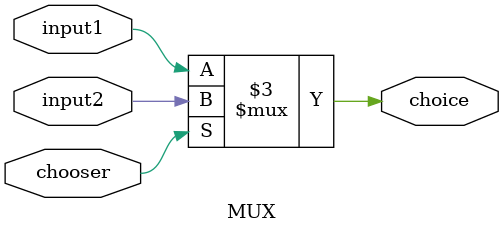
<source format=v>
`timescale 1ns / 1ps

module MUX(
    input input1,
    input input2,
    input chooser,
    output reg choice
    );
    
    //if chooser is 0, choose input 1, else choose input 2
    always @(*) 
        choice = (~chooser)?input1:input2;
    
endmodule

</source>
